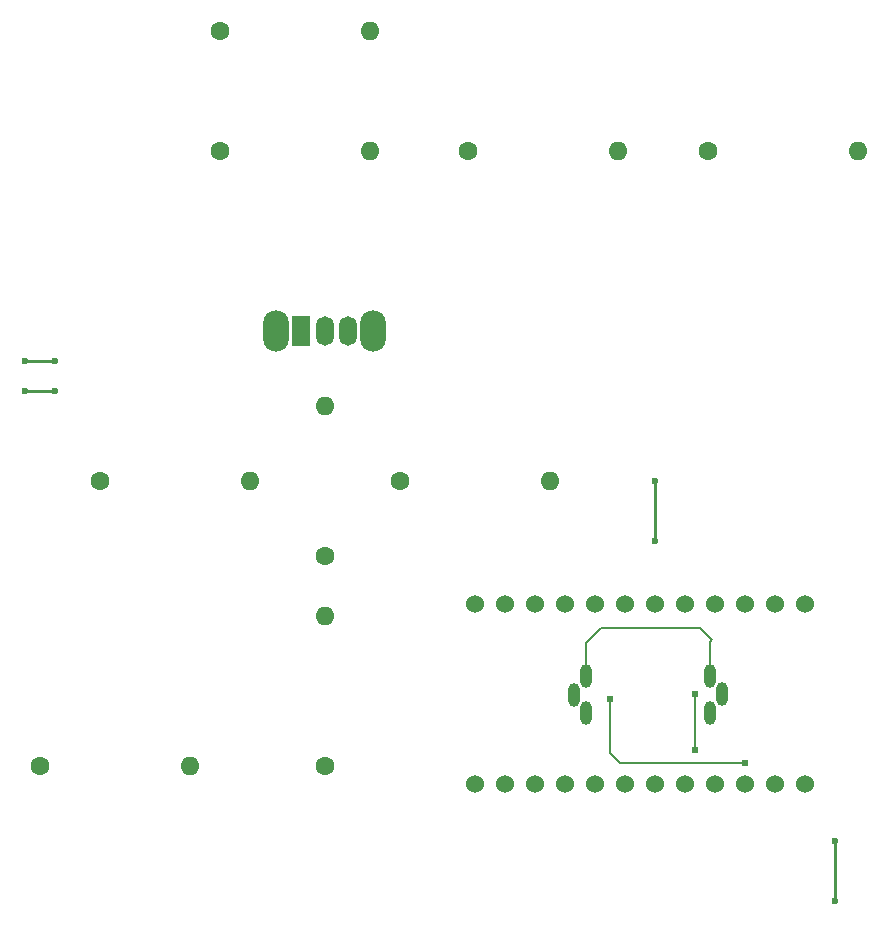
<source format=gbr>
%TF.GenerationSoftware,KiCad,Pcbnew,(7.0.0)*%
%TF.CreationDate,2023-08-25T09:59:11+02:00*%
%TF.ProjectId,JIG SWITCH,4a494720-5357-4495-9443-482e6b696361,rev?*%
%TF.SameCoordinates,Original*%
%TF.FileFunction,Copper,L2,Bot*%
%TF.FilePolarity,Positive*%
%FSLAX46Y46*%
G04 Gerber Fmt 4.6, Leading zero omitted, Abs format (unit mm)*
G04 Created by KiCad (PCBNEW (7.0.0)) date 2023-08-25 09:59:11*
%MOMM*%
%LPD*%
G01*
G04 APERTURE LIST*
%TA.AperFunction,ComponentPad*%
%ADD10C,1.600000*%
%TD*%
%TA.AperFunction,ComponentPad*%
%ADD11O,1.600000X1.600000*%
%TD*%
%TA.AperFunction,ComponentPad*%
%ADD12C,1.524000*%
%TD*%
%TA.AperFunction,ComponentPad*%
%ADD13O,2.200000X3.500000*%
%TD*%
%TA.AperFunction,ComponentPad*%
%ADD14R,1.500000X2.500000*%
%TD*%
%TA.AperFunction,ComponentPad*%
%ADD15O,1.500000X2.500000*%
%TD*%
%TA.AperFunction,ComponentPad*%
%ADD16O,1.000000X2.000000*%
%TD*%
%TA.AperFunction,ViaPad*%
%ADD17C,0.600000*%
%TD*%
%TA.AperFunction,ViaPad*%
%ADD18C,0.610000*%
%TD*%
%TA.AperFunction,Conductor*%
%ADD19C,0.150000*%
%TD*%
%TA.AperFunction,Conductor*%
%ADD20C,0.250000*%
%TD*%
G04 APERTURE END LIST*
D10*
%TO.P,R3,1*%
%TO.N,N/C*%
X81280000Y-47680000D03*
D11*
%TO.P,R3,2*%
X93979999Y-47679999D03*
%TD*%
D10*
%TO.P,R5,1*%
%TO.N,N/C*%
X69160000Y-81970000D03*
D11*
%TO.P,R5,2*%
X69159999Y-69269999D03*
%TD*%
D10*
%TO.P,R7,1*%
%TO.N,N/C*%
X45030000Y-99750000D03*
D11*
%TO.P,R7,2*%
X57729999Y-99749999D03*
%TD*%
D10*
%TO.P,R9,1*%
%TO.N,N/C*%
X75510000Y-75620000D03*
D11*
%TO.P,R9,2*%
X88209999Y-75619999D03*
%TD*%
D12*
%TO.P,,1*%
%TO.N,N/C*%
X81860000Y-86011000D03*
%TO.P,,2*%
X84400000Y-86011000D03*
%TO.P,,3*%
X86940000Y-86011000D03*
%TO.P,,4*%
X89480000Y-86011000D03*
%TO.P,,5*%
X92020000Y-86011000D03*
%TO.P,,6*%
X94560000Y-86011000D03*
%TO.P,,7*%
X97100000Y-86011000D03*
%TO.P,,8*%
X99640000Y-86011000D03*
%TO.P,,9*%
X102180000Y-86011000D03*
%TO.P,,10*%
X104720000Y-86011000D03*
%TO.P,,11*%
X107260000Y-86011000D03*
%TO.P,,12*%
X109800000Y-86011000D03*
%TD*%
D13*
%TO.P,PCH2K < > PCH1K/PDEL/VTE,*%
%TO.N,*%
X65059999Y-62919999D03*
X73259999Y-62919999D03*
D14*
%TO.P,PCH2K < > PCH1K/PDEL/VTE,1*%
%TO.N,N/C*%
X67159999Y-62919999D03*
D15*
%TO.P,PCH2K < > PCH1K/PDEL/VTE,2*%
X69159999Y-62919999D03*
%TO.P,PCH2K < > PCH1K/PDEL/VTE,3*%
X71159999Y-62919999D03*
%TD*%
D10*
%TO.P,R1,1*%
%TO.N,N/C*%
X60270000Y-37520000D03*
D11*
%TO.P,R1,2*%
X72969999Y-37519999D03*
%TD*%
D10*
%TO.P,R2,1*%
%TO.N,N/C*%
X60270000Y-47680000D03*
D11*
%TO.P,R2,2*%
X72969999Y-47679999D03*
%TD*%
D10*
%TO.P,R8,1*%
%TO.N,N/C*%
X50110000Y-75620000D03*
D11*
%TO.P,R8,2*%
X62809999Y-75619999D03*
%TD*%
D16*
%TO.P,UDC,24*%
%TO.N,N/C*%
X91257999Y-92106999D03*
%TO.P,UDC,25*%
X91257999Y-95206999D03*
%TO.P,UDC,26*%
X90257999Y-93706999D03*
%TO.P,UDC,27*%
X101757999Y-95206999D03*
%TO.P,UDC,28*%
X101757999Y-92106999D03*
%TO.P,UDC,29*%
X102757999Y-93606999D03*
%TD*%
D10*
%TO.P,R4,1*%
%TO.N,N/C*%
X101600000Y-47680000D03*
D11*
%TO.P,R4,2*%
X114299999Y-47679999D03*
%TD*%
D12*
%TO.P,U3,1*%
%TO.N,N/C*%
X81860000Y-101251000D03*
%TO.P,U3,2*%
X84400000Y-101251000D03*
%TO.P,U3,3*%
X86940000Y-101251000D03*
%TO.P,U3,4*%
X89480000Y-101251000D03*
%TO.P,U3,5*%
X92020000Y-101251000D03*
%TO.P,U3,6*%
X94560000Y-101251000D03*
%TO.P,U3,7*%
X97100000Y-101251000D03*
%TO.P,U3,8*%
X99640000Y-101251000D03*
%TO.P,U3,9*%
X102180000Y-101251000D03*
%TO.P,U3,10*%
X104720000Y-101251000D03*
%TO.P,U3,11*%
X107260000Y-101251000D03*
%TO.P,U3,12*%
X109800000Y-101251000D03*
%TD*%
D10*
%TO.P,R6,1*%
%TO.N,N/C*%
X69160000Y-99750000D03*
D11*
%TO.P,R6,2*%
X69159999Y-87049999D03*
%TD*%
D17*
%TO.N,*%
X43760000Y-68000000D03*
X46300000Y-68000000D03*
D18*
X100529000Y-93631000D03*
D17*
X46300000Y-65460000D03*
D18*
X100529000Y-98330000D03*
D17*
X97100000Y-80700000D03*
D18*
X104720000Y-99473000D03*
D17*
X97100000Y-75620000D03*
D18*
X93290000Y-94012000D03*
D17*
X112340000Y-106100000D03*
X112340000Y-111180000D03*
X43760000Y-65460000D03*
%TD*%
D19*
%TO.N,*%
X100529000Y-98330000D02*
X100529000Y-93631000D01*
D20*
X43760000Y-65460000D02*
X46300000Y-65460000D01*
X46300000Y-68000000D02*
X43760000Y-68000000D01*
D19*
X91258000Y-92107000D02*
X91258000Y-89313000D01*
D20*
X112340000Y-106100000D02*
X112340000Y-111180000D01*
D19*
X94179000Y-99473000D02*
X104720000Y-99473000D01*
X101926000Y-89059000D02*
X101758000Y-89227000D01*
D20*
X97100000Y-75620000D02*
X97100000Y-80700000D01*
D19*
X100910000Y-88043000D02*
X101926000Y-89059000D01*
X93290000Y-94012000D02*
X93290000Y-98584000D01*
X92528000Y-88043000D02*
X100910000Y-88043000D01*
X91258000Y-89313000D02*
X92528000Y-88043000D01*
X101758000Y-89227000D02*
X101758000Y-92107000D01*
X93290000Y-98584000D02*
X94179000Y-99473000D01*
%TD*%
M02*

</source>
